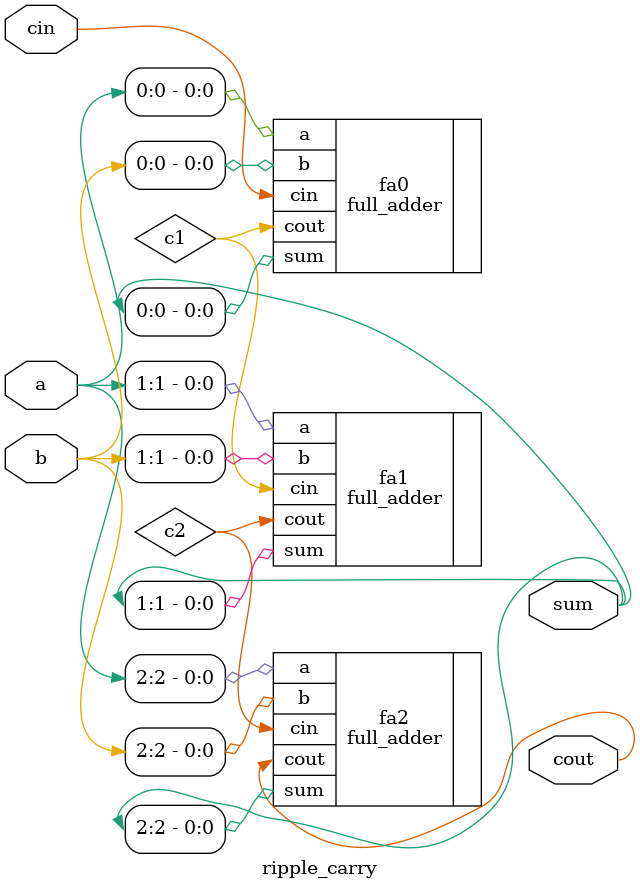
<source format=sv>
module ripple_carry (
    input logic [2:0] a, b,
    input logic cin,
    output logic [2:0]sum,
    output logic cout
);
    logic c1, c2;
    full_adder fa0 (
        .a(a[0]),
        .b(b[0]),
        .cin(cin),
        .sum(sum[0]),
        .cout(c1)
    );
    full_adder fa1 (
        .a(a[1]),
        .b(b[1]),
        .cin(c1),
        .sum(sum[1]),
        .cout(c2)
    );
    full_adder fa2 (
        .a(a[2]),
        .b(b[2]),
        .cin(c2),
        .sum(sum[2]),
        .cout(cout)
    );
endmodule
</source>
